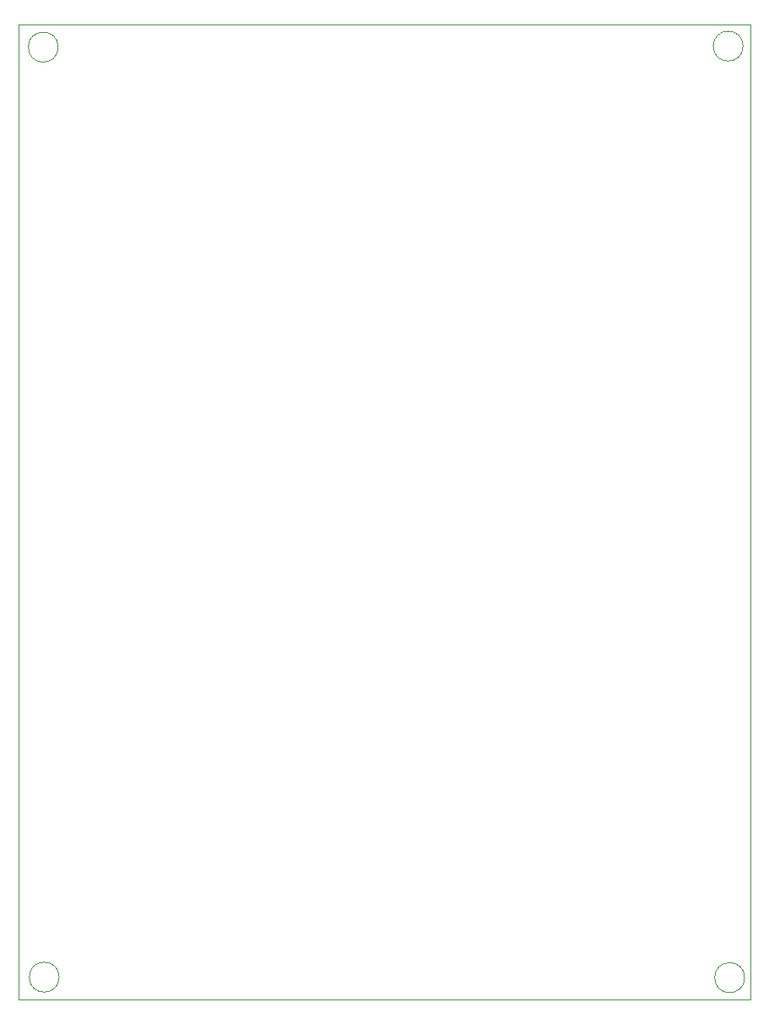
<source format=gm1>
%TF.GenerationSoftware,KiCad,Pcbnew,7.0.5*%
%TF.CreationDate,2024-03-29T22:29:18-04:00*%
%TF.ProjectId,UWB_PCB,5557425f-5043-4422-9e6b-696361645f70,rev?*%
%TF.SameCoordinates,Original*%
%TF.FileFunction,Profile,NP*%
%FSLAX46Y46*%
G04 Gerber Fmt 4.6, Leading zero omitted, Abs format (unit mm)*
G04 Created by KiCad (PCBNEW 7.0.5) date 2024-03-29 22:29:18*
%MOMM*%
%LPD*%
G01*
G04 APERTURE LIST*
%TA.AperFunction,Profile*%
%ADD10C,0.100000*%
%TD*%
G04 APERTURE END LIST*
D10*
X122500833Y-149949167D02*
G75*
G03*
X122500833Y-149949167I-1500833J0D01*
G01*
X191100000Y-56650000D02*
G75*
G03*
X191100000Y-56650000I-1500833J0D01*
G01*
X191250000Y-150000000D02*
G75*
G03*
X191250000Y-150000000I-1500833J0D01*
G01*
X122400000Y-56750000D02*
G75*
G03*
X122400000Y-56750000I-1500833J0D01*
G01*
X118450000Y-54500000D02*
X191800000Y-54500000D01*
X191800000Y-152150000D01*
X118450000Y-152150000D01*
X118450000Y-54500000D01*
M02*

</source>
